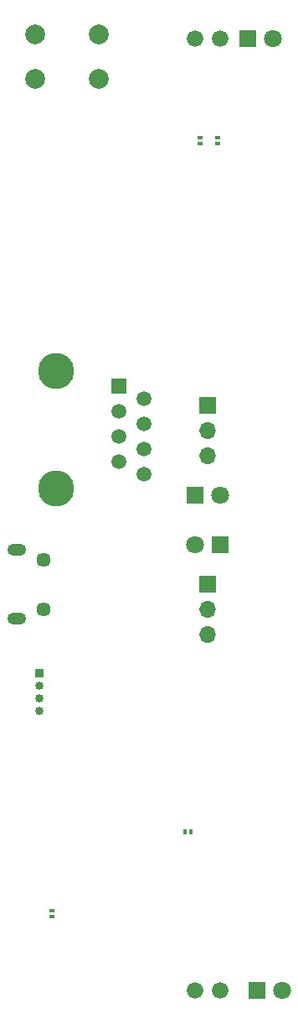
<source format=gbs>
G04 #@! TF.FileFunction,Soldermask,Bot*
%FSLAX46Y46*%
G04 Gerber Fmt 4.6, Leading zero omitted, Abs format (unit mm)*
G04 Created by KiCad (PCBNEW 4.0.6) date 06/30/20 08:24:00*
%MOMM*%
%LPD*%
G01*
G04 APERTURE LIST*
%ADD10C,0.100000*%
%ADD11C,1.450000*%
%ADD12O,1.900000X1.200000*%
%ADD13R,0.850000X0.850000*%
%ADD14C,0.850000*%
%ADD15C,3.650000*%
%ADD16R,1.500000X1.500000*%
%ADD17C,1.500000*%
%ADD18C,2.000000*%
%ADD19C,1.676400*%
%ADD20R,1.800000X1.800000*%
%ADD21C,1.800000*%
%ADD22R,0.400000X0.600000*%
%ADD23R,0.600000X0.400000*%
%ADD24R,1.700000X1.700000*%
%ADD25O,1.700000X1.700000*%
G04 APERTURE END LIST*
D10*
D11*
X44624000Y-90719000D03*
X44624000Y-95719000D03*
D12*
X41924000Y-89719000D03*
X41924000Y-96719000D03*
D13*
X44274000Y-102219000D03*
D14*
X44274000Y-103469000D03*
X44274000Y-104719000D03*
X44274000Y-105969000D03*
D15*
X45924000Y-83599000D03*
X45924000Y-71729000D03*
D16*
X52274000Y-73219000D03*
D17*
X54814000Y-74489000D03*
X52274000Y-75759000D03*
X54814000Y-77029000D03*
X52274000Y-78299000D03*
X54814000Y-79569000D03*
X52274000Y-80839000D03*
X54814000Y-82109000D03*
D18*
X50274000Y-42219000D03*
X50274000Y-37719000D03*
X43774000Y-42219000D03*
X43774000Y-37719000D03*
D19*
X60004000Y-134219000D03*
X62544000Y-134219000D03*
X62544000Y-38219000D03*
X60004000Y-38219000D03*
D20*
X62524000Y-89219000D03*
D21*
X59984000Y-89219000D03*
D20*
X60024000Y-84219000D03*
D21*
X62564000Y-84219000D03*
D20*
X65274000Y-38219000D03*
D21*
X67814000Y-38219000D03*
D20*
X66274000Y-134219000D03*
D21*
X68814000Y-134219000D03*
D22*
X58974000Y-118219000D03*
X59574000Y-118219000D03*
D23*
X60524000Y-48169000D03*
X60524000Y-48769000D03*
X45524000Y-126769000D03*
X45524000Y-126169000D03*
X62274000Y-48169000D03*
X62274000Y-48769000D03*
D24*
X61274000Y-93219000D03*
D25*
X61274000Y-95759000D03*
X61274000Y-98299000D03*
D24*
X61274000Y-75219000D03*
D25*
X61274000Y-77759000D03*
X61274000Y-80299000D03*
M02*

</source>
